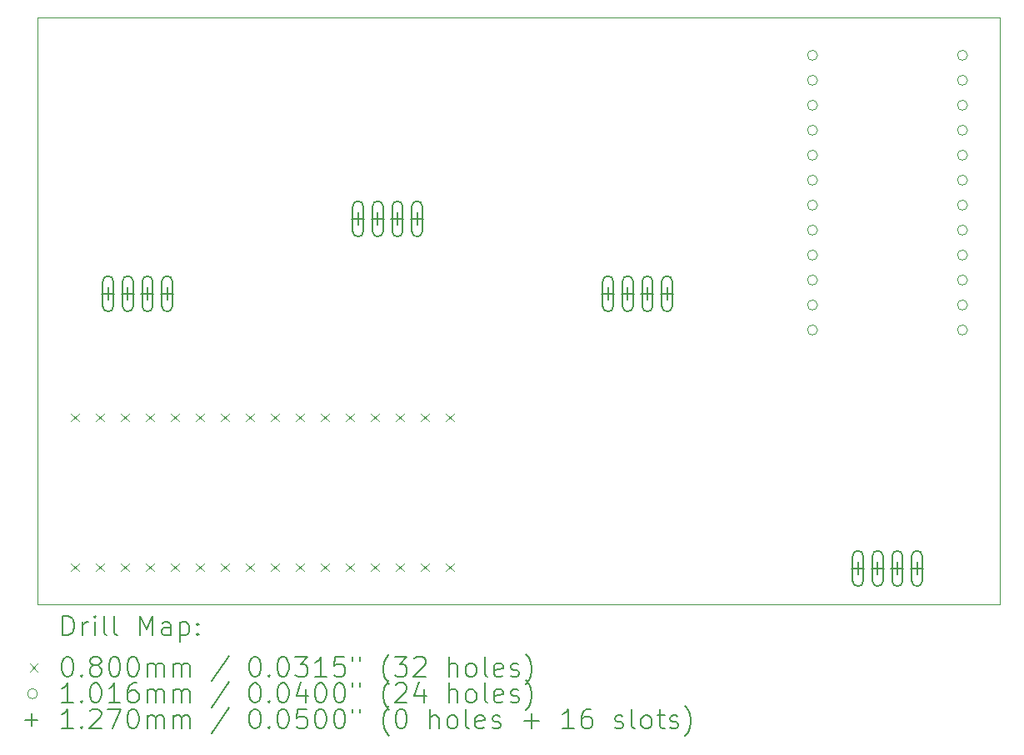
<source format=gbr>
%FSLAX45Y45*%
G04 Gerber Fmt 4.5, Leading zero omitted, Abs format (unit mm)*
G04 Created by KiCad (PCBNEW (6.0.4)) date 2022-04-03 16:10:39*
%MOMM*%
%LPD*%
G01*
G04 APERTURE LIST*
%TA.AperFunction,Profile*%
%ADD10C,0.025400*%
%TD*%
%ADD11C,0.200000*%
%ADD12C,0.080000*%
%ADD13C,0.101600*%
%ADD14C,0.127000*%
G04 APERTURE END LIST*
D10*
X2540000Y-2540000D02*
X12319000Y-2540000D01*
X12319000Y-2540000D02*
X12319000Y-8509000D01*
X12319000Y-8509000D02*
X2540000Y-8509000D01*
X2540000Y-8509000D02*
X2540000Y-2540000D01*
D11*
D12*
X2881000Y-6563500D02*
X2961000Y-6643500D01*
X2961000Y-6563500D02*
X2881000Y-6643500D01*
X2881000Y-8087500D02*
X2961000Y-8167500D01*
X2961000Y-8087500D02*
X2881000Y-8167500D01*
X3135000Y-6563500D02*
X3215000Y-6643500D01*
X3215000Y-6563500D02*
X3135000Y-6643500D01*
X3135000Y-8087500D02*
X3215000Y-8167500D01*
X3215000Y-8087500D02*
X3135000Y-8167500D01*
X3389000Y-6563500D02*
X3469000Y-6643500D01*
X3469000Y-6563500D02*
X3389000Y-6643500D01*
X3389000Y-8087500D02*
X3469000Y-8167500D01*
X3469000Y-8087500D02*
X3389000Y-8167500D01*
X3643000Y-6563500D02*
X3723000Y-6643500D01*
X3723000Y-6563500D02*
X3643000Y-6643500D01*
X3643000Y-8087500D02*
X3723000Y-8167500D01*
X3723000Y-8087500D02*
X3643000Y-8167500D01*
X3897000Y-6563500D02*
X3977000Y-6643500D01*
X3977000Y-6563500D02*
X3897000Y-6643500D01*
X3897000Y-8087500D02*
X3977000Y-8167500D01*
X3977000Y-8087500D02*
X3897000Y-8167500D01*
X4151000Y-6563500D02*
X4231000Y-6643500D01*
X4231000Y-6563500D02*
X4151000Y-6643500D01*
X4151000Y-8087500D02*
X4231000Y-8167500D01*
X4231000Y-8087500D02*
X4151000Y-8167500D01*
X4405000Y-6563500D02*
X4485000Y-6643500D01*
X4485000Y-6563500D02*
X4405000Y-6643500D01*
X4405000Y-8087500D02*
X4485000Y-8167500D01*
X4485000Y-8087500D02*
X4405000Y-8167500D01*
X4659000Y-6563500D02*
X4739000Y-6643500D01*
X4739000Y-6563500D02*
X4659000Y-6643500D01*
X4659000Y-8087500D02*
X4739000Y-8167500D01*
X4739000Y-8087500D02*
X4659000Y-8167500D01*
X4913000Y-6563500D02*
X4993000Y-6643500D01*
X4993000Y-6563500D02*
X4913000Y-6643500D01*
X4913000Y-8087500D02*
X4993000Y-8167500D01*
X4993000Y-8087500D02*
X4913000Y-8167500D01*
X5167000Y-6563500D02*
X5247000Y-6643500D01*
X5247000Y-6563500D02*
X5167000Y-6643500D01*
X5167000Y-8087500D02*
X5247000Y-8167500D01*
X5247000Y-8087500D02*
X5167000Y-8167500D01*
X5421000Y-6563500D02*
X5501000Y-6643500D01*
X5501000Y-6563500D02*
X5421000Y-6643500D01*
X5421000Y-8087500D02*
X5501000Y-8167500D01*
X5501000Y-8087500D02*
X5421000Y-8167500D01*
X5675000Y-6563500D02*
X5755000Y-6643500D01*
X5755000Y-6563500D02*
X5675000Y-6643500D01*
X5675000Y-8087500D02*
X5755000Y-8167500D01*
X5755000Y-8087500D02*
X5675000Y-8167500D01*
X5929000Y-6563500D02*
X6009000Y-6643500D01*
X6009000Y-6563500D02*
X5929000Y-6643500D01*
X5929000Y-8087500D02*
X6009000Y-8167500D01*
X6009000Y-8087500D02*
X5929000Y-8167500D01*
X6183000Y-6563500D02*
X6263000Y-6643500D01*
X6263000Y-6563500D02*
X6183000Y-6643500D01*
X6183000Y-8087500D02*
X6263000Y-8167500D01*
X6263000Y-8087500D02*
X6183000Y-8167500D01*
X6437000Y-6563500D02*
X6517000Y-6643500D01*
X6517000Y-6563500D02*
X6437000Y-6643500D01*
X6437000Y-8087500D02*
X6517000Y-8167500D01*
X6517000Y-8087500D02*
X6437000Y-8167500D01*
X6691000Y-6563500D02*
X6771000Y-6643500D01*
X6771000Y-6563500D02*
X6691000Y-6643500D01*
X6691000Y-8087500D02*
X6771000Y-8167500D01*
X6771000Y-8087500D02*
X6691000Y-8167500D01*
D13*
X10464800Y-2921000D02*
G75*
G03*
X10464800Y-2921000I-50800J0D01*
G01*
X10464800Y-3175000D02*
G75*
G03*
X10464800Y-3175000I-50800J0D01*
G01*
X10464800Y-3429000D02*
G75*
G03*
X10464800Y-3429000I-50800J0D01*
G01*
X10464800Y-3683000D02*
G75*
G03*
X10464800Y-3683000I-50800J0D01*
G01*
X10464800Y-3937000D02*
G75*
G03*
X10464800Y-3937000I-50800J0D01*
G01*
X10464800Y-4191000D02*
G75*
G03*
X10464800Y-4191000I-50800J0D01*
G01*
X10464800Y-4445000D02*
G75*
G03*
X10464800Y-4445000I-50800J0D01*
G01*
X10464800Y-4699000D02*
G75*
G03*
X10464800Y-4699000I-50800J0D01*
G01*
X10464800Y-4953000D02*
G75*
G03*
X10464800Y-4953000I-50800J0D01*
G01*
X10464800Y-5207000D02*
G75*
G03*
X10464800Y-5207000I-50800J0D01*
G01*
X10464800Y-5461000D02*
G75*
G03*
X10464800Y-5461000I-50800J0D01*
G01*
X10464800Y-5715000D02*
G75*
G03*
X10464800Y-5715000I-50800J0D01*
G01*
X11988800Y-2921000D02*
G75*
G03*
X11988800Y-2921000I-50800J0D01*
G01*
X11988800Y-3175000D02*
G75*
G03*
X11988800Y-3175000I-50800J0D01*
G01*
X11988800Y-3429000D02*
G75*
G03*
X11988800Y-3429000I-50800J0D01*
G01*
X11988800Y-3683000D02*
G75*
G03*
X11988800Y-3683000I-50800J0D01*
G01*
X11988800Y-3937000D02*
G75*
G03*
X11988800Y-3937000I-50800J0D01*
G01*
X11988800Y-4191000D02*
G75*
G03*
X11988800Y-4191000I-50800J0D01*
G01*
X11988800Y-4445000D02*
G75*
G03*
X11988800Y-4445000I-50800J0D01*
G01*
X11988800Y-4699000D02*
G75*
G03*
X11988800Y-4699000I-50800J0D01*
G01*
X11988800Y-4953000D02*
G75*
G03*
X11988800Y-4953000I-50800J0D01*
G01*
X11988800Y-5207000D02*
G75*
G03*
X11988800Y-5207000I-50800J0D01*
G01*
X11988800Y-5461000D02*
G75*
G03*
X11988800Y-5461000I-50800J0D01*
G01*
X11988800Y-5715000D02*
G75*
G03*
X11988800Y-5715000I-50800J0D01*
G01*
D14*
X3256026Y-5283454D02*
X3256026Y-5410454D01*
X3192526Y-5346954D02*
X3319526Y-5346954D01*
D11*
X3202526Y-5219954D02*
X3202526Y-5473954D01*
X3309526Y-5219954D02*
X3309526Y-5473954D01*
X3202526Y-5473954D02*
G75*
G03*
X3309526Y-5473954I53500J0D01*
G01*
X3309526Y-5219954D02*
G75*
G03*
X3202526Y-5219954I-53500J0D01*
G01*
D14*
X3456178Y-5283454D02*
X3456178Y-5410454D01*
X3392678Y-5346954D02*
X3519678Y-5346954D01*
D11*
X3402678Y-5219954D02*
X3402678Y-5473954D01*
X3509678Y-5219954D02*
X3509678Y-5473954D01*
X3402678Y-5473954D02*
G75*
G03*
X3509678Y-5473954I53500J0D01*
G01*
X3509678Y-5219954D02*
G75*
G03*
X3402678Y-5219954I-53500J0D01*
G01*
D14*
X3655822Y-5283454D02*
X3655822Y-5410454D01*
X3592322Y-5346954D02*
X3719322Y-5346954D01*
D11*
X3602322Y-5219954D02*
X3602322Y-5473954D01*
X3709322Y-5219954D02*
X3709322Y-5473954D01*
X3602322Y-5473954D02*
G75*
G03*
X3709322Y-5473954I53500J0D01*
G01*
X3709322Y-5219954D02*
G75*
G03*
X3602322Y-5219954I-53500J0D01*
G01*
D14*
X3855974Y-5283454D02*
X3855974Y-5410454D01*
X3792474Y-5346954D02*
X3919474Y-5346954D01*
D11*
X3802474Y-5219954D02*
X3802474Y-5473954D01*
X3909474Y-5219954D02*
X3909474Y-5473954D01*
X3802474Y-5473954D02*
G75*
G03*
X3909474Y-5473954I53500J0D01*
G01*
X3909474Y-5219954D02*
G75*
G03*
X3802474Y-5219954I-53500J0D01*
G01*
D14*
X5796026Y-4521454D02*
X5796026Y-4648454D01*
X5732526Y-4584954D02*
X5859526Y-4584954D01*
D11*
X5742526Y-4457954D02*
X5742526Y-4711954D01*
X5849526Y-4457954D02*
X5849526Y-4711954D01*
X5742526Y-4711954D02*
G75*
G03*
X5849526Y-4711954I53500J0D01*
G01*
X5849526Y-4457954D02*
G75*
G03*
X5742526Y-4457954I-53500J0D01*
G01*
D14*
X5996178Y-4521454D02*
X5996178Y-4648454D01*
X5932678Y-4584954D02*
X6059678Y-4584954D01*
D11*
X5942678Y-4457954D02*
X5942678Y-4711954D01*
X6049678Y-4457954D02*
X6049678Y-4711954D01*
X5942678Y-4711954D02*
G75*
G03*
X6049678Y-4711954I53500J0D01*
G01*
X6049678Y-4457954D02*
G75*
G03*
X5942678Y-4457954I-53500J0D01*
G01*
D14*
X6195822Y-4521454D02*
X6195822Y-4648454D01*
X6132322Y-4584954D02*
X6259322Y-4584954D01*
D11*
X6142322Y-4457954D02*
X6142322Y-4711954D01*
X6249322Y-4457954D02*
X6249322Y-4711954D01*
X6142322Y-4711954D02*
G75*
G03*
X6249322Y-4711954I53500J0D01*
G01*
X6249322Y-4457954D02*
G75*
G03*
X6142322Y-4457954I-53500J0D01*
G01*
D14*
X6395974Y-4521454D02*
X6395974Y-4648454D01*
X6332474Y-4584954D02*
X6459474Y-4584954D01*
D11*
X6342474Y-4457954D02*
X6342474Y-4711954D01*
X6449474Y-4457954D02*
X6449474Y-4711954D01*
X6342474Y-4711954D02*
G75*
G03*
X6449474Y-4711954I53500J0D01*
G01*
X6449474Y-4457954D02*
G75*
G03*
X6342474Y-4457954I-53500J0D01*
G01*
D14*
X8336026Y-5283454D02*
X8336026Y-5410454D01*
X8272526Y-5346954D02*
X8399526Y-5346954D01*
D11*
X8282526Y-5219954D02*
X8282526Y-5473954D01*
X8389526Y-5219954D02*
X8389526Y-5473954D01*
X8282526Y-5473954D02*
G75*
G03*
X8389526Y-5473954I53500J0D01*
G01*
X8389526Y-5219954D02*
G75*
G03*
X8282526Y-5219954I-53500J0D01*
G01*
D14*
X8536178Y-5283454D02*
X8536178Y-5410454D01*
X8472678Y-5346954D02*
X8599678Y-5346954D01*
D11*
X8482678Y-5219954D02*
X8482678Y-5473954D01*
X8589678Y-5219954D02*
X8589678Y-5473954D01*
X8482678Y-5473954D02*
G75*
G03*
X8589678Y-5473954I53500J0D01*
G01*
X8589678Y-5219954D02*
G75*
G03*
X8482678Y-5219954I-53500J0D01*
G01*
D14*
X8735822Y-5283454D02*
X8735822Y-5410454D01*
X8672322Y-5346954D02*
X8799322Y-5346954D01*
D11*
X8682322Y-5219954D02*
X8682322Y-5473954D01*
X8789322Y-5219954D02*
X8789322Y-5473954D01*
X8682322Y-5473954D02*
G75*
G03*
X8789322Y-5473954I53500J0D01*
G01*
X8789322Y-5219954D02*
G75*
G03*
X8682322Y-5219954I-53500J0D01*
G01*
D14*
X8935974Y-5283454D02*
X8935974Y-5410454D01*
X8872474Y-5346954D02*
X8999474Y-5346954D01*
D11*
X8882474Y-5219954D02*
X8882474Y-5473954D01*
X8989474Y-5219954D02*
X8989474Y-5473954D01*
X8882474Y-5473954D02*
G75*
G03*
X8989474Y-5473954I53500J0D01*
G01*
X8989474Y-5219954D02*
G75*
G03*
X8882474Y-5219954I-53500J0D01*
G01*
D14*
X10876026Y-8077454D02*
X10876026Y-8204454D01*
X10812526Y-8140954D02*
X10939526Y-8140954D01*
D11*
X10822526Y-8013954D02*
X10822526Y-8267954D01*
X10929526Y-8013954D02*
X10929526Y-8267954D01*
X10822526Y-8267954D02*
G75*
G03*
X10929526Y-8267954I53500J0D01*
G01*
X10929526Y-8013954D02*
G75*
G03*
X10822526Y-8013954I-53500J0D01*
G01*
D14*
X11076178Y-8077454D02*
X11076178Y-8204454D01*
X11012678Y-8140954D02*
X11139678Y-8140954D01*
D11*
X11022678Y-8013954D02*
X11022678Y-8267954D01*
X11129678Y-8013954D02*
X11129678Y-8267954D01*
X11022678Y-8267954D02*
G75*
G03*
X11129678Y-8267954I53500J0D01*
G01*
X11129678Y-8013954D02*
G75*
G03*
X11022678Y-8013954I-53500J0D01*
G01*
D14*
X11275822Y-8077454D02*
X11275822Y-8204454D01*
X11212322Y-8140954D02*
X11339322Y-8140954D01*
D11*
X11222322Y-8013954D02*
X11222322Y-8267954D01*
X11329322Y-8013954D02*
X11329322Y-8267954D01*
X11222322Y-8267954D02*
G75*
G03*
X11329322Y-8267954I53500J0D01*
G01*
X11329322Y-8013954D02*
G75*
G03*
X11222322Y-8013954I-53500J0D01*
G01*
D14*
X11475974Y-8077454D02*
X11475974Y-8204454D01*
X11412474Y-8140954D02*
X11539474Y-8140954D01*
D11*
X11422474Y-8013954D02*
X11422474Y-8267954D01*
X11529474Y-8013954D02*
X11529474Y-8267954D01*
X11422474Y-8267954D02*
G75*
G03*
X11529474Y-8267954I53500J0D01*
G01*
X11529474Y-8013954D02*
G75*
G03*
X11422474Y-8013954I-53500J0D01*
G01*
X2796349Y-8820746D02*
X2796349Y-8620746D01*
X2843968Y-8620746D01*
X2872539Y-8630270D01*
X2891587Y-8649318D01*
X2901111Y-8668365D01*
X2910635Y-8706460D01*
X2910635Y-8735032D01*
X2901111Y-8773127D01*
X2891587Y-8792175D01*
X2872539Y-8811222D01*
X2843968Y-8820746D01*
X2796349Y-8820746D01*
X2996349Y-8820746D02*
X2996349Y-8687413D01*
X2996349Y-8725508D02*
X3005873Y-8706460D01*
X3015397Y-8696937D01*
X3034444Y-8687413D01*
X3053492Y-8687413D01*
X3120158Y-8820746D02*
X3120158Y-8687413D01*
X3120158Y-8620746D02*
X3110635Y-8630270D01*
X3120158Y-8639794D01*
X3129682Y-8630270D01*
X3120158Y-8620746D01*
X3120158Y-8639794D01*
X3243968Y-8820746D02*
X3224920Y-8811222D01*
X3215397Y-8792175D01*
X3215397Y-8620746D01*
X3348730Y-8820746D02*
X3329682Y-8811222D01*
X3320158Y-8792175D01*
X3320158Y-8620746D01*
X3577301Y-8820746D02*
X3577301Y-8620746D01*
X3643968Y-8763603D01*
X3710635Y-8620746D01*
X3710635Y-8820746D01*
X3891587Y-8820746D02*
X3891587Y-8715984D01*
X3882063Y-8696937D01*
X3863016Y-8687413D01*
X3824920Y-8687413D01*
X3805873Y-8696937D01*
X3891587Y-8811222D02*
X3872539Y-8820746D01*
X3824920Y-8820746D01*
X3805873Y-8811222D01*
X3796349Y-8792175D01*
X3796349Y-8773127D01*
X3805873Y-8754080D01*
X3824920Y-8744556D01*
X3872539Y-8744556D01*
X3891587Y-8735032D01*
X3986825Y-8687413D02*
X3986825Y-8887413D01*
X3986825Y-8696937D02*
X4005873Y-8687413D01*
X4043968Y-8687413D01*
X4063016Y-8696937D01*
X4072539Y-8706460D01*
X4082063Y-8725508D01*
X4082063Y-8782651D01*
X4072539Y-8801699D01*
X4063016Y-8811222D01*
X4043968Y-8820746D01*
X4005873Y-8820746D01*
X3986825Y-8811222D01*
X4167778Y-8801699D02*
X4177301Y-8811222D01*
X4167778Y-8820746D01*
X4158254Y-8811222D01*
X4167778Y-8801699D01*
X4167778Y-8820746D01*
X4167778Y-8696937D02*
X4177301Y-8706460D01*
X4167778Y-8715984D01*
X4158254Y-8706460D01*
X4167778Y-8696937D01*
X4167778Y-8715984D01*
D12*
X2458730Y-9110270D02*
X2538730Y-9190270D01*
X2538730Y-9110270D02*
X2458730Y-9190270D01*
D11*
X2834444Y-9040746D02*
X2853492Y-9040746D01*
X2872539Y-9050270D01*
X2882063Y-9059794D01*
X2891587Y-9078841D01*
X2901111Y-9116937D01*
X2901111Y-9164556D01*
X2891587Y-9202651D01*
X2882063Y-9221699D01*
X2872539Y-9231222D01*
X2853492Y-9240746D01*
X2834444Y-9240746D01*
X2815397Y-9231222D01*
X2805873Y-9221699D01*
X2796349Y-9202651D01*
X2786825Y-9164556D01*
X2786825Y-9116937D01*
X2796349Y-9078841D01*
X2805873Y-9059794D01*
X2815397Y-9050270D01*
X2834444Y-9040746D01*
X2986825Y-9221699D02*
X2996349Y-9231222D01*
X2986825Y-9240746D01*
X2977301Y-9231222D01*
X2986825Y-9221699D01*
X2986825Y-9240746D01*
X3110635Y-9126460D02*
X3091587Y-9116937D01*
X3082063Y-9107413D01*
X3072539Y-9088365D01*
X3072539Y-9078841D01*
X3082063Y-9059794D01*
X3091587Y-9050270D01*
X3110635Y-9040746D01*
X3148730Y-9040746D01*
X3167778Y-9050270D01*
X3177301Y-9059794D01*
X3186825Y-9078841D01*
X3186825Y-9088365D01*
X3177301Y-9107413D01*
X3167778Y-9116937D01*
X3148730Y-9126460D01*
X3110635Y-9126460D01*
X3091587Y-9135984D01*
X3082063Y-9145508D01*
X3072539Y-9164556D01*
X3072539Y-9202651D01*
X3082063Y-9221699D01*
X3091587Y-9231222D01*
X3110635Y-9240746D01*
X3148730Y-9240746D01*
X3167778Y-9231222D01*
X3177301Y-9221699D01*
X3186825Y-9202651D01*
X3186825Y-9164556D01*
X3177301Y-9145508D01*
X3167778Y-9135984D01*
X3148730Y-9126460D01*
X3310635Y-9040746D02*
X3329682Y-9040746D01*
X3348730Y-9050270D01*
X3358254Y-9059794D01*
X3367778Y-9078841D01*
X3377301Y-9116937D01*
X3377301Y-9164556D01*
X3367778Y-9202651D01*
X3358254Y-9221699D01*
X3348730Y-9231222D01*
X3329682Y-9240746D01*
X3310635Y-9240746D01*
X3291587Y-9231222D01*
X3282063Y-9221699D01*
X3272539Y-9202651D01*
X3263016Y-9164556D01*
X3263016Y-9116937D01*
X3272539Y-9078841D01*
X3282063Y-9059794D01*
X3291587Y-9050270D01*
X3310635Y-9040746D01*
X3501111Y-9040746D02*
X3520158Y-9040746D01*
X3539206Y-9050270D01*
X3548730Y-9059794D01*
X3558254Y-9078841D01*
X3567778Y-9116937D01*
X3567778Y-9164556D01*
X3558254Y-9202651D01*
X3548730Y-9221699D01*
X3539206Y-9231222D01*
X3520158Y-9240746D01*
X3501111Y-9240746D01*
X3482063Y-9231222D01*
X3472539Y-9221699D01*
X3463016Y-9202651D01*
X3453492Y-9164556D01*
X3453492Y-9116937D01*
X3463016Y-9078841D01*
X3472539Y-9059794D01*
X3482063Y-9050270D01*
X3501111Y-9040746D01*
X3653492Y-9240746D02*
X3653492Y-9107413D01*
X3653492Y-9126460D02*
X3663016Y-9116937D01*
X3682063Y-9107413D01*
X3710635Y-9107413D01*
X3729682Y-9116937D01*
X3739206Y-9135984D01*
X3739206Y-9240746D01*
X3739206Y-9135984D02*
X3748730Y-9116937D01*
X3767778Y-9107413D01*
X3796349Y-9107413D01*
X3815397Y-9116937D01*
X3824920Y-9135984D01*
X3824920Y-9240746D01*
X3920158Y-9240746D02*
X3920158Y-9107413D01*
X3920158Y-9126460D02*
X3929682Y-9116937D01*
X3948730Y-9107413D01*
X3977301Y-9107413D01*
X3996349Y-9116937D01*
X4005873Y-9135984D01*
X4005873Y-9240746D01*
X4005873Y-9135984D02*
X4015397Y-9116937D01*
X4034444Y-9107413D01*
X4063016Y-9107413D01*
X4082063Y-9116937D01*
X4091587Y-9135984D01*
X4091587Y-9240746D01*
X4482063Y-9031222D02*
X4310635Y-9288365D01*
X4739206Y-9040746D02*
X4758254Y-9040746D01*
X4777301Y-9050270D01*
X4786825Y-9059794D01*
X4796349Y-9078841D01*
X4805873Y-9116937D01*
X4805873Y-9164556D01*
X4796349Y-9202651D01*
X4786825Y-9221699D01*
X4777301Y-9231222D01*
X4758254Y-9240746D01*
X4739206Y-9240746D01*
X4720159Y-9231222D01*
X4710635Y-9221699D01*
X4701111Y-9202651D01*
X4691587Y-9164556D01*
X4691587Y-9116937D01*
X4701111Y-9078841D01*
X4710635Y-9059794D01*
X4720159Y-9050270D01*
X4739206Y-9040746D01*
X4891587Y-9221699D02*
X4901111Y-9231222D01*
X4891587Y-9240746D01*
X4882063Y-9231222D01*
X4891587Y-9221699D01*
X4891587Y-9240746D01*
X5024920Y-9040746D02*
X5043968Y-9040746D01*
X5063016Y-9050270D01*
X5072540Y-9059794D01*
X5082063Y-9078841D01*
X5091587Y-9116937D01*
X5091587Y-9164556D01*
X5082063Y-9202651D01*
X5072540Y-9221699D01*
X5063016Y-9231222D01*
X5043968Y-9240746D01*
X5024920Y-9240746D01*
X5005873Y-9231222D01*
X4996349Y-9221699D01*
X4986825Y-9202651D01*
X4977301Y-9164556D01*
X4977301Y-9116937D01*
X4986825Y-9078841D01*
X4996349Y-9059794D01*
X5005873Y-9050270D01*
X5024920Y-9040746D01*
X5158254Y-9040746D02*
X5282063Y-9040746D01*
X5215397Y-9116937D01*
X5243968Y-9116937D01*
X5263016Y-9126460D01*
X5272540Y-9135984D01*
X5282063Y-9155032D01*
X5282063Y-9202651D01*
X5272540Y-9221699D01*
X5263016Y-9231222D01*
X5243968Y-9240746D01*
X5186825Y-9240746D01*
X5167778Y-9231222D01*
X5158254Y-9221699D01*
X5472540Y-9240746D02*
X5358254Y-9240746D01*
X5415397Y-9240746D02*
X5415397Y-9040746D01*
X5396349Y-9069318D01*
X5377301Y-9088365D01*
X5358254Y-9097889D01*
X5653492Y-9040746D02*
X5558254Y-9040746D01*
X5548730Y-9135984D01*
X5558254Y-9126460D01*
X5577301Y-9116937D01*
X5624920Y-9116937D01*
X5643968Y-9126460D01*
X5653492Y-9135984D01*
X5663016Y-9155032D01*
X5663016Y-9202651D01*
X5653492Y-9221699D01*
X5643968Y-9231222D01*
X5624920Y-9240746D01*
X5577301Y-9240746D01*
X5558254Y-9231222D01*
X5548730Y-9221699D01*
X5739206Y-9040746D02*
X5739206Y-9078841D01*
X5815397Y-9040746D02*
X5815397Y-9078841D01*
X6110635Y-9316937D02*
X6101111Y-9307413D01*
X6082063Y-9278841D01*
X6072539Y-9259794D01*
X6063016Y-9231222D01*
X6053492Y-9183603D01*
X6053492Y-9145508D01*
X6063016Y-9097889D01*
X6072539Y-9069318D01*
X6082063Y-9050270D01*
X6101111Y-9021699D01*
X6110635Y-9012175D01*
X6167778Y-9040746D02*
X6291587Y-9040746D01*
X6224920Y-9116937D01*
X6253492Y-9116937D01*
X6272539Y-9126460D01*
X6282063Y-9135984D01*
X6291587Y-9155032D01*
X6291587Y-9202651D01*
X6282063Y-9221699D01*
X6272539Y-9231222D01*
X6253492Y-9240746D01*
X6196349Y-9240746D01*
X6177301Y-9231222D01*
X6167778Y-9221699D01*
X6367778Y-9059794D02*
X6377301Y-9050270D01*
X6396349Y-9040746D01*
X6443968Y-9040746D01*
X6463016Y-9050270D01*
X6472539Y-9059794D01*
X6482063Y-9078841D01*
X6482063Y-9097889D01*
X6472539Y-9126460D01*
X6358254Y-9240746D01*
X6482063Y-9240746D01*
X6720158Y-9240746D02*
X6720158Y-9040746D01*
X6805873Y-9240746D02*
X6805873Y-9135984D01*
X6796349Y-9116937D01*
X6777301Y-9107413D01*
X6748730Y-9107413D01*
X6729682Y-9116937D01*
X6720158Y-9126460D01*
X6929682Y-9240746D02*
X6910635Y-9231222D01*
X6901111Y-9221699D01*
X6891587Y-9202651D01*
X6891587Y-9145508D01*
X6901111Y-9126460D01*
X6910635Y-9116937D01*
X6929682Y-9107413D01*
X6958254Y-9107413D01*
X6977301Y-9116937D01*
X6986825Y-9126460D01*
X6996349Y-9145508D01*
X6996349Y-9202651D01*
X6986825Y-9221699D01*
X6977301Y-9231222D01*
X6958254Y-9240746D01*
X6929682Y-9240746D01*
X7110635Y-9240746D02*
X7091587Y-9231222D01*
X7082063Y-9212175D01*
X7082063Y-9040746D01*
X7263016Y-9231222D02*
X7243968Y-9240746D01*
X7205873Y-9240746D01*
X7186825Y-9231222D01*
X7177301Y-9212175D01*
X7177301Y-9135984D01*
X7186825Y-9116937D01*
X7205873Y-9107413D01*
X7243968Y-9107413D01*
X7263016Y-9116937D01*
X7272539Y-9135984D01*
X7272539Y-9155032D01*
X7177301Y-9174080D01*
X7348730Y-9231222D02*
X7367778Y-9240746D01*
X7405873Y-9240746D01*
X7424920Y-9231222D01*
X7434444Y-9212175D01*
X7434444Y-9202651D01*
X7424920Y-9183603D01*
X7405873Y-9174080D01*
X7377301Y-9174080D01*
X7358254Y-9164556D01*
X7348730Y-9145508D01*
X7348730Y-9135984D01*
X7358254Y-9116937D01*
X7377301Y-9107413D01*
X7405873Y-9107413D01*
X7424920Y-9116937D01*
X7501111Y-9316937D02*
X7510635Y-9307413D01*
X7529682Y-9278841D01*
X7539206Y-9259794D01*
X7548730Y-9231222D01*
X7558254Y-9183603D01*
X7558254Y-9145508D01*
X7548730Y-9097889D01*
X7539206Y-9069318D01*
X7529682Y-9050270D01*
X7510635Y-9021699D01*
X7501111Y-9012175D01*
D13*
X2538730Y-9414270D02*
G75*
G03*
X2538730Y-9414270I-50800J0D01*
G01*
D11*
X2901111Y-9504746D02*
X2786825Y-9504746D01*
X2843968Y-9504746D02*
X2843968Y-9304746D01*
X2824920Y-9333318D01*
X2805873Y-9352365D01*
X2786825Y-9361889D01*
X2986825Y-9485699D02*
X2996349Y-9495222D01*
X2986825Y-9504746D01*
X2977301Y-9495222D01*
X2986825Y-9485699D01*
X2986825Y-9504746D01*
X3120158Y-9304746D02*
X3139206Y-9304746D01*
X3158254Y-9314270D01*
X3167778Y-9323794D01*
X3177301Y-9342841D01*
X3186825Y-9380937D01*
X3186825Y-9428556D01*
X3177301Y-9466651D01*
X3167778Y-9485699D01*
X3158254Y-9495222D01*
X3139206Y-9504746D01*
X3120158Y-9504746D01*
X3101111Y-9495222D01*
X3091587Y-9485699D01*
X3082063Y-9466651D01*
X3072539Y-9428556D01*
X3072539Y-9380937D01*
X3082063Y-9342841D01*
X3091587Y-9323794D01*
X3101111Y-9314270D01*
X3120158Y-9304746D01*
X3377301Y-9504746D02*
X3263016Y-9504746D01*
X3320158Y-9504746D02*
X3320158Y-9304746D01*
X3301111Y-9333318D01*
X3282063Y-9352365D01*
X3263016Y-9361889D01*
X3548730Y-9304746D02*
X3510635Y-9304746D01*
X3491587Y-9314270D01*
X3482063Y-9323794D01*
X3463016Y-9352365D01*
X3453492Y-9390460D01*
X3453492Y-9466651D01*
X3463016Y-9485699D01*
X3472539Y-9495222D01*
X3491587Y-9504746D01*
X3529682Y-9504746D01*
X3548730Y-9495222D01*
X3558254Y-9485699D01*
X3567778Y-9466651D01*
X3567778Y-9419032D01*
X3558254Y-9399984D01*
X3548730Y-9390460D01*
X3529682Y-9380937D01*
X3491587Y-9380937D01*
X3472539Y-9390460D01*
X3463016Y-9399984D01*
X3453492Y-9419032D01*
X3653492Y-9504746D02*
X3653492Y-9371413D01*
X3653492Y-9390460D02*
X3663016Y-9380937D01*
X3682063Y-9371413D01*
X3710635Y-9371413D01*
X3729682Y-9380937D01*
X3739206Y-9399984D01*
X3739206Y-9504746D01*
X3739206Y-9399984D02*
X3748730Y-9380937D01*
X3767778Y-9371413D01*
X3796349Y-9371413D01*
X3815397Y-9380937D01*
X3824920Y-9399984D01*
X3824920Y-9504746D01*
X3920158Y-9504746D02*
X3920158Y-9371413D01*
X3920158Y-9390460D02*
X3929682Y-9380937D01*
X3948730Y-9371413D01*
X3977301Y-9371413D01*
X3996349Y-9380937D01*
X4005873Y-9399984D01*
X4005873Y-9504746D01*
X4005873Y-9399984D02*
X4015397Y-9380937D01*
X4034444Y-9371413D01*
X4063016Y-9371413D01*
X4082063Y-9380937D01*
X4091587Y-9399984D01*
X4091587Y-9504746D01*
X4482063Y-9295222D02*
X4310635Y-9552365D01*
X4739206Y-9304746D02*
X4758254Y-9304746D01*
X4777301Y-9314270D01*
X4786825Y-9323794D01*
X4796349Y-9342841D01*
X4805873Y-9380937D01*
X4805873Y-9428556D01*
X4796349Y-9466651D01*
X4786825Y-9485699D01*
X4777301Y-9495222D01*
X4758254Y-9504746D01*
X4739206Y-9504746D01*
X4720159Y-9495222D01*
X4710635Y-9485699D01*
X4701111Y-9466651D01*
X4691587Y-9428556D01*
X4691587Y-9380937D01*
X4701111Y-9342841D01*
X4710635Y-9323794D01*
X4720159Y-9314270D01*
X4739206Y-9304746D01*
X4891587Y-9485699D02*
X4901111Y-9495222D01*
X4891587Y-9504746D01*
X4882063Y-9495222D01*
X4891587Y-9485699D01*
X4891587Y-9504746D01*
X5024920Y-9304746D02*
X5043968Y-9304746D01*
X5063016Y-9314270D01*
X5072540Y-9323794D01*
X5082063Y-9342841D01*
X5091587Y-9380937D01*
X5091587Y-9428556D01*
X5082063Y-9466651D01*
X5072540Y-9485699D01*
X5063016Y-9495222D01*
X5043968Y-9504746D01*
X5024920Y-9504746D01*
X5005873Y-9495222D01*
X4996349Y-9485699D01*
X4986825Y-9466651D01*
X4977301Y-9428556D01*
X4977301Y-9380937D01*
X4986825Y-9342841D01*
X4996349Y-9323794D01*
X5005873Y-9314270D01*
X5024920Y-9304746D01*
X5263016Y-9371413D02*
X5263016Y-9504746D01*
X5215397Y-9295222D02*
X5167778Y-9438080D01*
X5291587Y-9438080D01*
X5405873Y-9304746D02*
X5424920Y-9304746D01*
X5443968Y-9314270D01*
X5453492Y-9323794D01*
X5463016Y-9342841D01*
X5472540Y-9380937D01*
X5472540Y-9428556D01*
X5463016Y-9466651D01*
X5453492Y-9485699D01*
X5443968Y-9495222D01*
X5424920Y-9504746D01*
X5405873Y-9504746D01*
X5386825Y-9495222D01*
X5377301Y-9485699D01*
X5367778Y-9466651D01*
X5358254Y-9428556D01*
X5358254Y-9380937D01*
X5367778Y-9342841D01*
X5377301Y-9323794D01*
X5386825Y-9314270D01*
X5405873Y-9304746D01*
X5596349Y-9304746D02*
X5615397Y-9304746D01*
X5634444Y-9314270D01*
X5643968Y-9323794D01*
X5653492Y-9342841D01*
X5663016Y-9380937D01*
X5663016Y-9428556D01*
X5653492Y-9466651D01*
X5643968Y-9485699D01*
X5634444Y-9495222D01*
X5615397Y-9504746D01*
X5596349Y-9504746D01*
X5577301Y-9495222D01*
X5567778Y-9485699D01*
X5558254Y-9466651D01*
X5548730Y-9428556D01*
X5548730Y-9380937D01*
X5558254Y-9342841D01*
X5567778Y-9323794D01*
X5577301Y-9314270D01*
X5596349Y-9304746D01*
X5739206Y-9304746D02*
X5739206Y-9342841D01*
X5815397Y-9304746D02*
X5815397Y-9342841D01*
X6110635Y-9580937D02*
X6101111Y-9571413D01*
X6082063Y-9542841D01*
X6072539Y-9523794D01*
X6063016Y-9495222D01*
X6053492Y-9447603D01*
X6053492Y-9409508D01*
X6063016Y-9361889D01*
X6072539Y-9333318D01*
X6082063Y-9314270D01*
X6101111Y-9285699D01*
X6110635Y-9276175D01*
X6177301Y-9323794D02*
X6186825Y-9314270D01*
X6205873Y-9304746D01*
X6253492Y-9304746D01*
X6272539Y-9314270D01*
X6282063Y-9323794D01*
X6291587Y-9342841D01*
X6291587Y-9361889D01*
X6282063Y-9390460D01*
X6167778Y-9504746D01*
X6291587Y-9504746D01*
X6463016Y-9371413D02*
X6463016Y-9504746D01*
X6415397Y-9295222D02*
X6367778Y-9438080D01*
X6491587Y-9438080D01*
X6720158Y-9504746D02*
X6720158Y-9304746D01*
X6805873Y-9504746D02*
X6805873Y-9399984D01*
X6796349Y-9380937D01*
X6777301Y-9371413D01*
X6748730Y-9371413D01*
X6729682Y-9380937D01*
X6720158Y-9390460D01*
X6929682Y-9504746D02*
X6910635Y-9495222D01*
X6901111Y-9485699D01*
X6891587Y-9466651D01*
X6891587Y-9409508D01*
X6901111Y-9390460D01*
X6910635Y-9380937D01*
X6929682Y-9371413D01*
X6958254Y-9371413D01*
X6977301Y-9380937D01*
X6986825Y-9390460D01*
X6996349Y-9409508D01*
X6996349Y-9466651D01*
X6986825Y-9485699D01*
X6977301Y-9495222D01*
X6958254Y-9504746D01*
X6929682Y-9504746D01*
X7110635Y-9504746D02*
X7091587Y-9495222D01*
X7082063Y-9476175D01*
X7082063Y-9304746D01*
X7263016Y-9495222D02*
X7243968Y-9504746D01*
X7205873Y-9504746D01*
X7186825Y-9495222D01*
X7177301Y-9476175D01*
X7177301Y-9399984D01*
X7186825Y-9380937D01*
X7205873Y-9371413D01*
X7243968Y-9371413D01*
X7263016Y-9380937D01*
X7272539Y-9399984D01*
X7272539Y-9419032D01*
X7177301Y-9438080D01*
X7348730Y-9495222D02*
X7367778Y-9504746D01*
X7405873Y-9504746D01*
X7424920Y-9495222D01*
X7434444Y-9476175D01*
X7434444Y-9466651D01*
X7424920Y-9447603D01*
X7405873Y-9438080D01*
X7377301Y-9438080D01*
X7358254Y-9428556D01*
X7348730Y-9409508D01*
X7348730Y-9399984D01*
X7358254Y-9380937D01*
X7377301Y-9371413D01*
X7405873Y-9371413D01*
X7424920Y-9380937D01*
X7501111Y-9580937D02*
X7510635Y-9571413D01*
X7529682Y-9542841D01*
X7539206Y-9523794D01*
X7548730Y-9495222D01*
X7558254Y-9447603D01*
X7558254Y-9409508D01*
X7548730Y-9361889D01*
X7539206Y-9333318D01*
X7529682Y-9314270D01*
X7510635Y-9285699D01*
X7501111Y-9276175D01*
D14*
X2475230Y-9614770D02*
X2475230Y-9741770D01*
X2411730Y-9678270D02*
X2538730Y-9678270D01*
D11*
X2901111Y-9768746D02*
X2786825Y-9768746D01*
X2843968Y-9768746D02*
X2843968Y-9568746D01*
X2824920Y-9597318D01*
X2805873Y-9616365D01*
X2786825Y-9625889D01*
X2986825Y-9749699D02*
X2996349Y-9759222D01*
X2986825Y-9768746D01*
X2977301Y-9759222D01*
X2986825Y-9749699D01*
X2986825Y-9768746D01*
X3072539Y-9587794D02*
X3082063Y-9578270D01*
X3101111Y-9568746D01*
X3148730Y-9568746D01*
X3167778Y-9578270D01*
X3177301Y-9587794D01*
X3186825Y-9606841D01*
X3186825Y-9625889D01*
X3177301Y-9654460D01*
X3063016Y-9768746D01*
X3186825Y-9768746D01*
X3253492Y-9568746D02*
X3386825Y-9568746D01*
X3301111Y-9768746D01*
X3501111Y-9568746D02*
X3520158Y-9568746D01*
X3539206Y-9578270D01*
X3548730Y-9587794D01*
X3558254Y-9606841D01*
X3567778Y-9644937D01*
X3567778Y-9692556D01*
X3558254Y-9730651D01*
X3548730Y-9749699D01*
X3539206Y-9759222D01*
X3520158Y-9768746D01*
X3501111Y-9768746D01*
X3482063Y-9759222D01*
X3472539Y-9749699D01*
X3463016Y-9730651D01*
X3453492Y-9692556D01*
X3453492Y-9644937D01*
X3463016Y-9606841D01*
X3472539Y-9587794D01*
X3482063Y-9578270D01*
X3501111Y-9568746D01*
X3653492Y-9768746D02*
X3653492Y-9635413D01*
X3653492Y-9654460D02*
X3663016Y-9644937D01*
X3682063Y-9635413D01*
X3710635Y-9635413D01*
X3729682Y-9644937D01*
X3739206Y-9663984D01*
X3739206Y-9768746D01*
X3739206Y-9663984D02*
X3748730Y-9644937D01*
X3767778Y-9635413D01*
X3796349Y-9635413D01*
X3815397Y-9644937D01*
X3824920Y-9663984D01*
X3824920Y-9768746D01*
X3920158Y-9768746D02*
X3920158Y-9635413D01*
X3920158Y-9654460D02*
X3929682Y-9644937D01*
X3948730Y-9635413D01*
X3977301Y-9635413D01*
X3996349Y-9644937D01*
X4005873Y-9663984D01*
X4005873Y-9768746D01*
X4005873Y-9663984D02*
X4015397Y-9644937D01*
X4034444Y-9635413D01*
X4063016Y-9635413D01*
X4082063Y-9644937D01*
X4091587Y-9663984D01*
X4091587Y-9768746D01*
X4482063Y-9559222D02*
X4310635Y-9816365D01*
X4739206Y-9568746D02*
X4758254Y-9568746D01*
X4777301Y-9578270D01*
X4786825Y-9587794D01*
X4796349Y-9606841D01*
X4805873Y-9644937D01*
X4805873Y-9692556D01*
X4796349Y-9730651D01*
X4786825Y-9749699D01*
X4777301Y-9759222D01*
X4758254Y-9768746D01*
X4739206Y-9768746D01*
X4720159Y-9759222D01*
X4710635Y-9749699D01*
X4701111Y-9730651D01*
X4691587Y-9692556D01*
X4691587Y-9644937D01*
X4701111Y-9606841D01*
X4710635Y-9587794D01*
X4720159Y-9578270D01*
X4739206Y-9568746D01*
X4891587Y-9749699D02*
X4901111Y-9759222D01*
X4891587Y-9768746D01*
X4882063Y-9759222D01*
X4891587Y-9749699D01*
X4891587Y-9768746D01*
X5024920Y-9568746D02*
X5043968Y-9568746D01*
X5063016Y-9578270D01*
X5072540Y-9587794D01*
X5082063Y-9606841D01*
X5091587Y-9644937D01*
X5091587Y-9692556D01*
X5082063Y-9730651D01*
X5072540Y-9749699D01*
X5063016Y-9759222D01*
X5043968Y-9768746D01*
X5024920Y-9768746D01*
X5005873Y-9759222D01*
X4996349Y-9749699D01*
X4986825Y-9730651D01*
X4977301Y-9692556D01*
X4977301Y-9644937D01*
X4986825Y-9606841D01*
X4996349Y-9587794D01*
X5005873Y-9578270D01*
X5024920Y-9568746D01*
X5272540Y-9568746D02*
X5177301Y-9568746D01*
X5167778Y-9663984D01*
X5177301Y-9654460D01*
X5196349Y-9644937D01*
X5243968Y-9644937D01*
X5263016Y-9654460D01*
X5272540Y-9663984D01*
X5282063Y-9683032D01*
X5282063Y-9730651D01*
X5272540Y-9749699D01*
X5263016Y-9759222D01*
X5243968Y-9768746D01*
X5196349Y-9768746D01*
X5177301Y-9759222D01*
X5167778Y-9749699D01*
X5405873Y-9568746D02*
X5424920Y-9568746D01*
X5443968Y-9578270D01*
X5453492Y-9587794D01*
X5463016Y-9606841D01*
X5472540Y-9644937D01*
X5472540Y-9692556D01*
X5463016Y-9730651D01*
X5453492Y-9749699D01*
X5443968Y-9759222D01*
X5424920Y-9768746D01*
X5405873Y-9768746D01*
X5386825Y-9759222D01*
X5377301Y-9749699D01*
X5367778Y-9730651D01*
X5358254Y-9692556D01*
X5358254Y-9644937D01*
X5367778Y-9606841D01*
X5377301Y-9587794D01*
X5386825Y-9578270D01*
X5405873Y-9568746D01*
X5596349Y-9568746D02*
X5615397Y-9568746D01*
X5634444Y-9578270D01*
X5643968Y-9587794D01*
X5653492Y-9606841D01*
X5663016Y-9644937D01*
X5663016Y-9692556D01*
X5653492Y-9730651D01*
X5643968Y-9749699D01*
X5634444Y-9759222D01*
X5615397Y-9768746D01*
X5596349Y-9768746D01*
X5577301Y-9759222D01*
X5567778Y-9749699D01*
X5558254Y-9730651D01*
X5548730Y-9692556D01*
X5548730Y-9644937D01*
X5558254Y-9606841D01*
X5567778Y-9587794D01*
X5577301Y-9578270D01*
X5596349Y-9568746D01*
X5739206Y-9568746D02*
X5739206Y-9606841D01*
X5815397Y-9568746D02*
X5815397Y-9606841D01*
X6110635Y-9844937D02*
X6101111Y-9835413D01*
X6082063Y-9806841D01*
X6072539Y-9787794D01*
X6063016Y-9759222D01*
X6053492Y-9711603D01*
X6053492Y-9673508D01*
X6063016Y-9625889D01*
X6072539Y-9597318D01*
X6082063Y-9578270D01*
X6101111Y-9549699D01*
X6110635Y-9540175D01*
X6224920Y-9568746D02*
X6243968Y-9568746D01*
X6263016Y-9578270D01*
X6272539Y-9587794D01*
X6282063Y-9606841D01*
X6291587Y-9644937D01*
X6291587Y-9692556D01*
X6282063Y-9730651D01*
X6272539Y-9749699D01*
X6263016Y-9759222D01*
X6243968Y-9768746D01*
X6224920Y-9768746D01*
X6205873Y-9759222D01*
X6196349Y-9749699D01*
X6186825Y-9730651D01*
X6177301Y-9692556D01*
X6177301Y-9644937D01*
X6186825Y-9606841D01*
X6196349Y-9587794D01*
X6205873Y-9578270D01*
X6224920Y-9568746D01*
X6529682Y-9768746D02*
X6529682Y-9568746D01*
X6615397Y-9768746D02*
X6615397Y-9663984D01*
X6605873Y-9644937D01*
X6586825Y-9635413D01*
X6558254Y-9635413D01*
X6539206Y-9644937D01*
X6529682Y-9654460D01*
X6739206Y-9768746D02*
X6720158Y-9759222D01*
X6710635Y-9749699D01*
X6701111Y-9730651D01*
X6701111Y-9673508D01*
X6710635Y-9654460D01*
X6720158Y-9644937D01*
X6739206Y-9635413D01*
X6767778Y-9635413D01*
X6786825Y-9644937D01*
X6796349Y-9654460D01*
X6805873Y-9673508D01*
X6805873Y-9730651D01*
X6796349Y-9749699D01*
X6786825Y-9759222D01*
X6767778Y-9768746D01*
X6739206Y-9768746D01*
X6920158Y-9768746D02*
X6901111Y-9759222D01*
X6891587Y-9740175D01*
X6891587Y-9568746D01*
X7072539Y-9759222D02*
X7053492Y-9768746D01*
X7015397Y-9768746D01*
X6996349Y-9759222D01*
X6986825Y-9740175D01*
X6986825Y-9663984D01*
X6996349Y-9644937D01*
X7015397Y-9635413D01*
X7053492Y-9635413D01*
X7072539Y-9644937D01*
X7082063Y-9663984D01*
X7082063Y-9683032D01*
X6986825Y-9702080D01*
X7158254Y-9759222D02*
X7177301Y-9768746D01*
X7215397Y-9768746D01*
X7234444Y-9759222D01*
X7243968Y-9740175D01*
X7243968Y-9730651D01*
X7234444Y-9711603D01*
X7215397Y-9702080D01*
X7186825Y-9702080D01*
X7167778Y-9692556D01*
X7158254Y-9673508D01*
X7158254Y-9663984D01*
X7167778Y-9644937D01*
X7186825Y-9635413D01*
X7215397Y-9635413D01*
X7234444Y-9644937D01*
X7482063Y-9692556D02*
X7634444Y-9692556D01*
X7558254Y-9768746D02*
X7558254Y-9616365D01*
X7986825Y-9768746D02*
X7872539Y-9768746D01*
X7929682Y-9768746D02*
X7929682Y-9568746D01*
X7910635Y-9597318D01*
X7891587Y-9616365D01*
X7872539Y-9625889D01*
X8158254Y-9568746D02*
X8120158Y-9568746D01*
X8101111Y-9578270D01*
X8091587Y-9587794D01*
X8072539Y-9616365D01*
X8063016Y-9654460D01*
X8063016Y-9730651D01*
X8072539Y-9749699D01*
X8082063Y-9759222D01*
X8101111Y-9768746D01*
X8139206Y-9768746D01*
X8158254Y-9759222D01*
X8167778Y-9749699D01*
X8177301Y-9730651D01*
X8177301Y-9683032D01*
X8167778Y-9663984D01*
X8158254Y-9654460D01*
X8139206Y-9644937D01*
X8101111Y-9644937D01*
X8082063Y-9654460D01*
X8072539Y-9663984D01*
X8063016Y-9683032D01*
X8405873Y-9759222D02*
X8424920Y-9768746D01*
X8463016Y-9768746D01*
X8482063Y-9759222D01*
X8491587Y-9740175D01*
X8491587Y-9730651D01*
X8482063Y-9711603D01*
X8463016Y-9702080D01*
X8434444Y-9702080D01*
X8415397Y-9692556D01*
X8405873Y-9673508D01*
X8405873Y-9663984D01*
X8415397Y-9644937D01*
X8434444Y-9635413D01*
X8463016Y-9635413D01*
X8482063Y-9644937D01*
X8605873Y-9768746D02*
X8586825Y-9759222D01*
X8577301Y-9740175D01*
X8577301Y-9568746D01*
X8710635Y-9768746D02*
X8691587Y-9759222D01*
X8682063Y-9749699D01*
X8672540Y-9730651D01*
X8672540Y-9673508D01*
X8682063Y-9654460D01*
X8691587Y-9644937D01*
X8710635Y-9635413D01*
X8739206Y-9635413D01*
X8758254Y-9644937D01*
X8767778Y-9654460D01*
X8777301Y-9673508D01*
X8777301Y-9730651D01*
X8767778Y-9749699D01*
X8758254Y-9759222D01*
X8739206Y-9768746D01*
X8710635Y-9768746D01*
X8834444Y-9635413D02*
X8910635Y-9635413D01*
X8863016Y-9568746D02*
X8863016Y-9740175D01*
X8872540Y-9759222D01*
X8891587Y-9768746D01*
X8910635Y-9768746D01*
X8967778Y-9759222D02*
X8986825Y-9768746D01*
X9024920Y-9768746D01*
X9043968Y-9759222D01*
X9053492Y-9740175D01*
X9053492Y-9730651D01*
X9043968Y-9711603D01*
X9024920Y-9702080D01*
X8996349Y-9702080D01*
X8977301Y-9692556D01*
X8967778Y-9673508D01*
X8967778Y-9663984D01*
X8977301Y-9644937D01*
X8996349Y-9635413D01*
X9024920Y-9635413D01*
X9043968Y-9644937D01*
X9120159Y-9844937D02*
X9129682Y-9835413D01*
X9148730Y-9806841D01*
X9158254Y-9787794D01*
X9167778Y-9759222D01*
X9177301Y-9711603D01*
X9177301Y-9673508D01*
X9167778Y-9625889D01*
X9158254Y-9597318D01*
X9148730Y-9578270D01*
X9129682Y-9549699D01*
X9120159Y-9540175D01*
M02*

</source>
